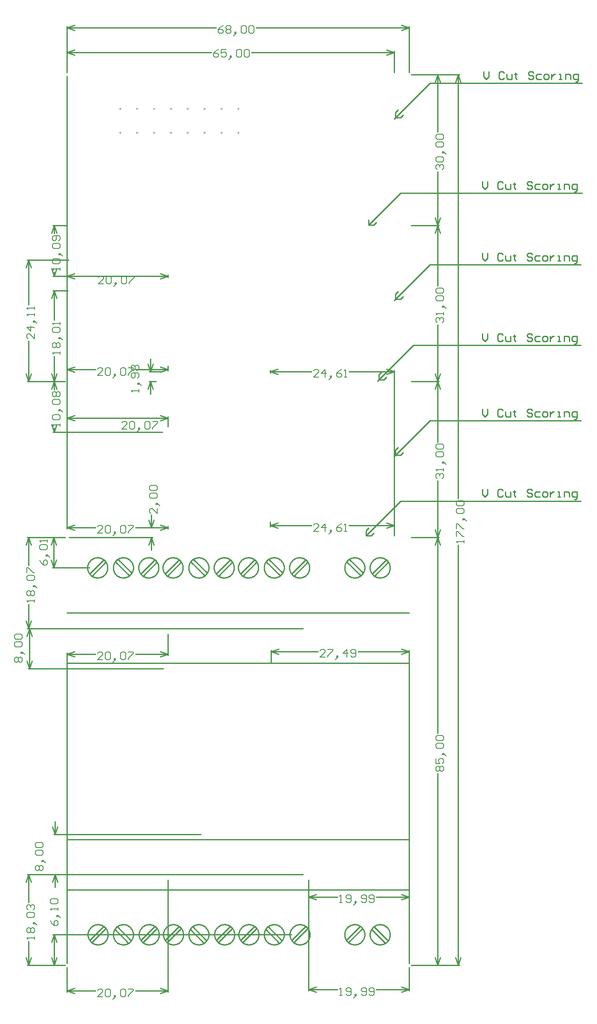
<source format=gm1>
%FSDAX24Y24*%
%MOIN*%
%SFA1B1*%

%IPPOS*%
%ADD22C,0.010000*%
%ADD88C,0.003900*%
%ADD89C,0.006000*%
%LNde-140824-1*%
%LPD*%
G54D22*
X017172Y041100D02*
D01*
X017170Y041154*
X017164Y041209*
X017154Y041263*
X017141Y041316*
X017124Y041369*
X017103Y041420*
X017079Y041469*
X017052Y041517*
X017021Y041562*
X016987Y041605*
X016951Y041646*
X016911Y041684*
X016869Y041720*
X016825Y041752*
X016778Y041781*
X016729Y041807*
X016679Y041829*
X016628Y041848*
X016575Y041863*
X016521Y041875*
X016467Y041882*
X016412Y041886*
X016357*
X016302Y041882*
X016248Y041875*
X016194Y041863*
X016141Y041848*
X016090Y041829*
X016040Y041807*
X015991Y041781*
X015944Y041752*
X015900Y041720*
X015858Y041684*
X015818Y041646*
X015782Y041605*
X015748Y041562*
X015717Y041517*
X015690Y041469*
X015666Y041420*
X015645Y041369*
X015628Y041316*
X015615Y041263*
X015605Y041209*
X015599Y041154*
X015598Y041100*
X015599Y041045*
X015605Y040990*
X015615Y040936*
X015628Y040883*
X015645Y040830*
X015666Y040779*
X015690Y040730*
X015717Y040682*
X015748Y040637*
X015782Y040594*
X015818Y040553*
X015858Y040515*
X015900Y040479*
X015944Y040447*
X015991Y040418*
X016040Y040392*
X016090Y040370*
X016141Y040351*
X016194Y040336*
X016248Y040324*
X016302Y040317*
X016357Y040313*
X016412*
X016467Y040317*
X016521Y040324*
X016575Y040336*
X016628Y040351*
X016679Y040370*
X016729Y040392*
X016778Y040418*
X016825Y040447*
X016869Y040479*
X016911Y040515*
X016951Y040553*
X016987Y040594*
X017021Y040637*
X017052Y040682*
X017079Y040730*
X017103Y040779*
X017124Y040830*
X017141Y040883*
X017154Y040936*
X017164Y040990*
X017170Y041045*
X017172Y041100*
X013172D02*
D01*
X013170Y041154*
X013164Y041209*
X013154Y041263*
X013141Y041316*
X013124Y041369*
X013103Y041420*
X013079Y041469*
X013052Y041517*
X013021Y041562*
X012987Y041605*
X012951Y041646*
X012911Y041684*
X012869Y041720*
X012825Y041752*
X012778Y041781*
X012729Y041807*
X012679Y041829*
X012628Y041848*
X012575Y041863*
X012521Y041875*
X012467Y041882*
X012412Y041886*
X012357*
X012302Y041882*
X012248Y041875*
X012194Y041863*
X012141Y041848*
X012090Y041829*
X012040Y041807*
X011991Y041781*
X011944Y041752*
X011900Y041720*
X011858Y041684*
X011818Y041646*
X011782Y041605*
X011748Y041562*
X011717Y041517*
X011690Y041469*
X011666Y041420*
X011645Y041369*
X011628Y041316*
X011615Y041263*
X011605Y041209*
X011599Y041154*
X011598Y041100*
X011599Y041045*
X011605Y040990*
X011615Y040936*
X011628Y040883*
X011645Y040830*
X011666Y040779*
X011690Y040730*
X011717Y040682*
X011748Y040637*
X011782Y040594*
X011818Y040553*
X011858Y040515*
X011900Y040479*
X011944Y040447*
X011991Y040418*
X012040Y040392*
X012090Y040370*
X012141Y040351*
X012194Y040336*
X012248Y040324*
X012302Y040317*
X012357Y040313*
X012412*
X012467Y040317*
X012521Y040324*
X012575Y040336*
X012628Y040351*
X012679Y040370*
X012729Y040392*
X012778Y040418*
X012825Y040447*
X012869Y040479*
X012911Y040515*
X012951Y040553*
X012987Y040594*
X013021Y040637*
X013052Y040682*
X013079Y040730*
X013103Y040779*
X013124Y040830*
X013141Y040883*
X013154Y040936*
X013164Y040990*
X013170Y041045*
X013172Y041100*
X015187D02*
D01*
X015185Y041154*
X015179Y041209*
X015169Y041263*
X015156Y041316*
X015139Y041369*
X015118Y041420*
X015094Y041469*
X015067Y041517*
X015036Y041562*
X015002Y041605*
X014966Y041646*
X014926Y041684*
X014884Y041720*
X014840Y041752*
X014793Y041781*
X014744Y041807*
X014694Y041829*
X014643Y041848*
X014590Y041863*
X014536Y041875*
X014482Y041882*
X014427Y041886*
X014372*
X014317Y041882*
X014263Y041875*
X014209Y041863*
X014156Y041848*
X014105Y041829*
X014055Y041807*
X014006Y041781*
X013959Y041752*
X013915Y041720*
X013873Y041684*
X013833Y041646*
X013797Y041605*
X013763Y041562*
X013732Y041517*
X013705Y041469*
X013681Y041420*
X013660Y041369*
X013643Y041316*
X013630Y041263*
X013620Y041209*
X013614Y041154*
X013613Y041100*
X013614Y041045*
X013620Y040990*
X013630Y040936*
X013643Y040883*
X013660Y040830*
X013681Y040779*
X013705Y040730*
X013732Y040682*
X013763Y040637*
X013797Y040594*
X013833Y040553*
X013873Y040515*
X013915Y040479*
X013959Y040447*
X014006Y040418*
X014055Y040392*
X014105Y040370*
X014156Y040351*
X014209Y040336*
X014263Y040324*
X014317Y040317*
X014372Y040313*
X014427*
X014482Y040317*
X014536Y040324*
X014590Y040336*
X014643Y040351*
X014694Y040370*
X014744Y040392*
X014793Y040418*
X014840Y040447*
X014884Y040479*
X014926Y040515*
X014966Y040553*
X015002Y040594*
X015036Y040637*
X015067Y040682*
X015094Y040730*
X015118Y040779*
X015139Y040830*
X015156Y040883*
X015169Y040936*
X015179Y040990*
X015185Y041045*
X015187Y041100*
X023072D02*
D01*
X023070Y041154*
X023064Y041209*
X023054Y041263*
X023041Y041316*
X023024Y041369*
X023003Y041420*
X022979Y041469*
X022952Y041517*
X022921Y041562*
X022887Y041605*
X022851Y041646*
X022811Y041684*
X022769Y041720*
X022725Y041752*
X022678Y041781*
X022629Y041807*
X022579Y041829*
X022528Y041848*
X022475Y041863*
X022421Y041875*
X022367Y041882*
X022312Y041886*
X022257*
X022202Y041882*
X022148Y041875*
X022094Y041863*
X022041Y041848*
X021990Y041829*
X021940Y041807*
X021891Y041781*
X021844Y041752*
X021800Y041720*
X021758Y041684*
X021718Y041646*
X021682Y041605*
X021648Y041562*
X021617Y041517*
X021590Y041469*
X021566Y041420*
X021545Y041369*
X021528Y041316*
X021515Y041263*
X021505Y041209*
X021499Y041154*
X021498Y041100*
X021499Y041045*
X021505Y040990*
X021515Y040936*
X021528Y040883*
X021545Y040830*
X021566Y040779*
X021590Y040730*
X021617Y040682*
X021648Y040637*
X021682Y040594*
X021718Y040553*
X021758Y040515*
X021800Y040479*
X021844Y040447*
X021891Y040418*
X021940Y040392*
X021990Y040370*
X022041Y040351*
X022094Y040336*
X022148Y040324*
X022202Y040317*
X022257Y040313*
X022312*
X022367Y040317*
X022421Y040324*
X022475Y040336*
X022528Y040351*
X022579Y040370*
X022629Y040392*
X022678Y040418*
X022725Y040447*
X022769Y040479*
X022811Y040515*
X022851Y040553*
X022887Y040594*
X022921Y040637*
X022952Y040682*
X022979Y040730*
X023003Y040779*
X023024Y040830*
X023041Y040883*
X023054Y040936*
X023064Y040990*
X023070Y041045*
X023072Y041100*
X019072D02*
D01*
X019070Y041154*
X019064Y041209*
X019054Y041263*
X019041Y041316*
X019024Y041369*
X019003Y041420*
X018979Y041469*
X018952Y041517*
X018921Y041562*
X018887Y041605*
X018851Y041646*
X018811Y041684*
X018769Y041720*
X018725Y041752*
X018678Y041781*
X018629Y041807*
X018579Y041829*
X018528Y041848*
X018475Y041863*
X018421Y041875*
X018367Y041882*
X018312Y041886*
X018257*
X018202Y041882*
X018148Y041875*
X018094Y041863*
X018041Y041848*
X017990Y041829*
X017940Y041807*
X017891Y041781*
X017844Y041752*
X017800Y041720*
X017758Y041684*
X017718Y041646*
X017682Y041605*
X017648Y041562*
X017617Y041517*
X017590Y041469*
X017566Y041420*
X017545Y041369*
X017528Y041316*
X017515Y041263*
X017505Y041209*
X017499Y041154*
X017498Y041100*
X017499Y041045*
X017505Y040990*
X017515Y040936*
X017528Y040883*
X017545Y040830*
X017566Y040779*
X017590Y040730*
X017617Y040682*
X017648Y040637*
X017682Y040594*
X017718Y040553*
X017758Y040515*
X017800Y040479*
X017844Y040447*
X017891Y040418*
X017940Y040392*
X017990Y040370*
X018041Y040351*
X018094Y040336*
X018148Y040324*
X018202Y040317*
X018257Y040313*
X018312*
X018367Y040317*
X018421Y040324*
X018475Y040336*
X018528Y040351*
X018579Y040370*
X018629Y040392*
X018678Y040418*
X018725Y040447*
X018769Y040479*
X018811Y040515*
X018851Y040553*
X018887Y040594*
X018921Y040637*
X018952Y040682*
X018979Y040730*
X019003Y040779*
X019024Y040830*
X019041Y040883*
X019054Y040936*
X019064Y040990*
X019070Y041045*
X019072Y041100*
X021087D02*
D01*
X021085Y041154*
X021079Y041209*
X021069Y041263*
X021056Y041316*
X021039Y041369*
X021018Y041420*
X020994Y041469*
X020967Y041517*
X020936Y041562*
X020902Y041605*
X020866Y041646*
X020826Y041684*
X020784Y041720*
X020740Y041752*
X020693Y041781*
X020644Y041807*
X020594Y041829*
X020543Y041848*
X020490Y041863*
X020436Y041875*
X020382Y041882*
X020327Y041886*
X020272*
X020217Y041882*
X020163Y041875*
X020109Y041863*
X020056Y041848*
X020005Y041829*
X019955Y041807*
X019906Y041781*
X019859Y041752*
X019815Y041720*
X019773Y041684*
X019733Y041646*
X019697Y041605*
X019663Y041562*
X019632Y041517*
X019605Y041469*
X019581Y041420*
X019560Y041369*
X019543Y041316*
X019530Y041263*
X019520Y041209*
X019514Y041154*
X019513Y041100*
X019514Y041045*
X019520Y040990*
X019530Y040936*
X019543Y040883*
X019560Y040830*
X019581Y040779*
X019605Y040730*
X019632Y040682*
X019663Y040637*
X019697Y040594*
X019733Y040553*
X019773Y040515*
X019815Y040479*
X019859Y040447*
X019906Y040418*
X019955Y040392*
X020005Y040370*
X020056Y040351*
X020109Y040336*
X020163Y040324*
X020217Y040317*
X020272Y040313*
X020327*
X020382Y040317*
X020436Y040324*
X020490Y040336*
X020543Y040351*
X020594Y040370*
X020644Y040392*
X020693Y040418*
X020740Y040447*
X020784Y040479*
X020826Y040515*
X020866Y040553*
X020902Y040594*
X020936Y040637*
X020967Y040682*
X020994Y040730*
X021018Y040779*
X021039Y040830*
X021056Y040883*
X021069Y040936*
X021079Y040990*
X021085Y041045*
X021087Y041100*
X028972D02*
D01*
X028970Y041154*
X028964Y041209*
X028954Y041263*
X028941Y041316*
X028924Y041369*
X028903Y041420*
X028879Y041469*
X028852Y041517*
X028821Y041562*
X028787Y041605*
X028751Y041646*
X028711Y041684*
X028669Y041720*
X028625Y041752*
X028578Y041781*
X028529Y041807*
X028479Y041829*
X028428Y041848*
X028375Y041863*
X028321Y041875*
X028267Y041882*
X028212Y041886*
X028157*
X028102Y041882*
X028048Y041875*
X027994Y041863*
X027941Y041848*
X027890Y041829*
X027840Y041807*
X027791Y041781*
X027744Y041752*
X027700Y041720*
X027658Y041684*
X027618Y041646*
X027582Y041605*
X027548Y041562*
X027517Y041517*
X027490Y041469*
X027466Y041420*
X027445Y041369*
X027428Y041316*
X027415Y041263*
X027405Y041209*
X027399Y041154*
X027398Y041100*
X027399Y041045*
X027405Y040990*
X027415Y040936*
X027428Y040883*
X027445Y040830*
X027466Y040779*
X027490Y040730*
X027517Y040682*
X027548Y040637*
X027582Y040594*
X027618Y040553*
X027658Y040515*
X027700Y040479*
X027744Y040447*
X027791Y040418*
X027840Y040392*
X027890Y040370*
X027941Y040351*
X027994Y040336*
X028048Y040324*
X028102Y040317*
X028157Y040313*
X028212*
X028267Y040317*
X028321Y040324*
X028375Y040336*
X028428Y040351*
X028479Y040370*
X028529Y040392*
X028578Y040418*
X028625Y040447*
X028669Y040479*
X028711Y040515*
X028751Y040553*
X028787Y040594*
X028821Y040637*
X028852Y040682*
X028879Y040730*
X028903Y040779*
X028924Y040830*
X028941Y040883*
X028954Y040936*
X028964Y040990*
X028970Y041045*
X028972Y041100*
X024972D02*
D01*
X024970Y041154*
X024964Y041209*
X024954Y041263*
X024941Y041316*
X024924Y041369*
X024903Y041420*
X024879Y041469*
X024852Y041517*
X024821Y041562*
X024787Y041605*
X024751Y041646*
X024711Y041684*
X024669Y041720*
X024625Y041752*
X024578Y041781*
X024529Y041807*
X024479Y041829*
X024428Y041848*
X024375Y041863*
X024321Y041875*
X024267Y041882*
X024212Y041886*
X024157*
X024102Y041882*
X024048Y041875*
X023994Y041863*
X023941Y041848*
X023890Y041829*
X023840Y041807*
X023791Y041781*
X023744Y041752*
X023700Y041720*
X023658Y041684*
X023618Y041646*
X023582Y041605*
X023548Y041562*
X023517Y041517*
X023490Y041469*
X023466Y041420*
X023445Y041369*
X023428Y041316*
X023415Y041263*
X023405Y041209*
X023399Y041154*
X023398Y041100*
X023399Y041045*
X023405Y040990*
X023415Y040936*
X023428Y040883*
X023445Y040830*
X023466Y040779*
X023490Y040730*
X023517Y040682*
X023548Y040637*
X023582Y040594*
X023618Y040553*
X023658Y040515*
X023700Y040479*
X023744Y040447*
X023791Y040418*
X023840Y040392*
X023890Y040370*
X023941Y040351*
X023994Y040336*
X024048Y040324*
X024102Y040317*
X024157Y040313*
X024212*
X024267Y040317*
X024321Y040324*
X024375Y040336*
X024428Y040351*
X024479Y040370*
X024529Y040392*
X024578Y040418*
X024625Y040447*
X024669Y040479*
X024711Y040515*
X024751Y040553*
X024787Y040594*
X024821Y040637*
X024852Y040682*
X024879Y040730*
X024903Y040779*
X024924Y040830*
X024941Y040883*
X024954Y040936*
X024964Y040990*
X024970Y041045*
X024972Y041100*
X026987D02*
D01*
X026985Y041154*
X026979Y041209*
X026969Y041263*
X026956Y041316*
X026939Y041369*
X026918Y041420*
X026894Y041469*
X026867Y041517*
X026836Y041562*
X026802Y041605*
X026766Y041646*
X026726Y041684*
X026684Y041720*
X026640Y041752*
X026593Y041781*
X026544Y041807*
X026494Y041829*
X026443Y041848*
X026390Y041863*
X026336Y041875*
X026282Y041882*
X026227Y041886*
X026172*
X026117Y041882*
X026063Y041875*
X026009Y041863*
X025956Y041848*
X025905Y041829*
X025855Y041807*
X025806Y041781*
X025759Y041752*
X025715Y041720*
X025673Y041684*
X025633Y041646*
X025597Y041605*
X025563Y041562*
X025532Y041517*
X025505Y041469*
X025481Y041420*
X025460Y041369*
X025443Y041316*
X025430Y041263*
X025420Y041209*
X025414Y041154*
X025413Y041100*
X025414Y041045*
X025420Y040990*
X025430Y040936*
X025443Y040883*
X025460Y040830*
X025481Y040779*
X025505Y040730*
X025532Y040682*
X025563Y040637*
X025597Y040594*
X025633Y040553*
X025673Y040515*
X025715Y040479*
X025759Y040447*
X025806Y040418*
X025855Y040392*
X025905Y040370*
X025956Y040351*
X026009Y040336*
X026063Y040324*
X026117Y040317*
X026172Y040313*
X026227*
X026282Y040317*
X026336Y040324*
X026390Y040336*
X026443Y040351*
X026494Y040370*
X026544Y040392*
X026593Y040418*
X026640Y040447*
X026684Y040479*
X026726Y040515*
X026766Y040553*
X026802Y040594*
X026836Y040637*
X026867Y040682*
X026894Y040730*
X026918Y040779*
X026939Y040830*
X026956Y040883*
X026969Y040936*
X026979Y040990*
X026985Y041045*
X026987Y041100*
X035272D02*
D01*
X035270Y041154*
X035264Y041209*
X035254Y041263*
X035241Y041316*
X035224Y041369*
X035203Y041420*
X035179Y041469*
X035152Y041517*
X035121Y041562*
X035087Y041605*
X035051Y041646*
X035011Y041684*
X034969Y041720*
X034925Y041752*
X034878Y041781*
X034829Y041807*
X034779Y041829*
X034728Y041848*
X034675Y041863*
X034621Y041875*
X034567Y041882*
X034512Y041886*
X034457*
X034402Y041882*
X034348Y041875*
X034294Y041863*
X034241Y041848*
X034190Y041829*
X034140Y041807*
X034091Y041781*
X034044Y041752*
X034000Y041720*
X033958Y041684*
X033918Y041646*
X033882Y041605*
X033848Y041562*
X033817Y041517*
X033790Y041469*
X033766Y041420*
X033745Y041369*
X033728Y041316*
X033715Y041263*
X033705Y041209*
X033699Y041154*
X033698Y041100*
X033699Y041045*
X033705Y040990*
X033715Y040936*
X033728Y040883*
X033745Y040830*
X033766Y040779*
X033790Y040730*
X033817Y040682*
X033848Y040637*
X033882Y040594*
X033918Y040553*
X033958Y040515*
X034000Y040479*
X034044Y040447*
X034091Y040418*
X034140Y040392*
X034190Y040370*
X034241Y040351*
X034294Y040336*
X034348Y040324*
X034402Y040317*
X034457Y040313*
X034512*
X034567Y040317*
X034621Y040324*
X034675Y040336*
X034728Y040351*
X034779Y040370*
X034829Y040392*
X034878Y040418*
X034925Y040447*
X034969Y040479*
X035011Y040515*
X035051Y040553*
X035087Y040594*
X035121Y040637*
X035152Y040682*
X035179Y040730*
X035203Y040779*
X035224Y040830*
X035241Y040883*
X035254Y040936*
X035264Y040990*
X035270Y041045*
X035272Y041100*
X033287D02*
D01*
X033285Y041154*
X033279Y041209*
X033269Y041263*
X033256Y041316*
X033239Y041369*
X033218Y041420*
X033194Y041469*
X033167Y041517*
X033136Y041562*
X033102Y041605*
X033066Y041646*
X033026Y041684*
X032984Y041720*
X032940Y041752*
X032893Y041781*
X032844Y041807*
X032794Y041829*
X032743Y041848*
X032690Y041863*
X032636Y041875*
X032582Y041882*
X032527Y041886*
X032472*
X032417Y041882*
X032363Y041875*
X032309Y041863*
X032256Y041848*
X032205Y041829*
X032155Y041807*
X032106Y041781*
X032059Y041752*
X032015Y041720*
X031973Y041684*
X031933Y041646*
X031897Y041605*
X031863Y041562*
X031832Y041517*
X031805Y041469*
X031781Y041420*
X031760Y041369*
X031743Y041316*
X031730Y041263*
X031720Y041209*
X031714Y041154*
X031713Y041100*
X031714Y041045*
X031720Y040990*
X031730Y040936*
X031743Y040883*
X031760Y040830*
X031781Y040779*
X031805Y040730*
X031832Y040682*
X031863Y040637*
X031897Y040594*
X031933Y040553*
X031973Y040515*
X032015Y040479*
X032059Y040447*
X032106Y040418*
X032155Y040392*
X032205Y040370*
X032256Y040351*
X032309Y040336*
X032363Y040324*
X032417Y040317*
X032472Y040313*
X032527*
X032582Y040317*
X032636Y040324*
X032690Y040336*
X032743Y040351*
X032794Y040370*
X032844Y040392*
X032893Y040418*
X032940Y040447*
X032984Y040479*
X033026Y040515*
X033066Y040553*
X033102Y040594*
X033136Y040637*
X033167Y040682*
X033194Y040730*
X033218Y040779*
X033239Y040830*
X033256Y040883*
X033269Y040936*
X033279Y040990*
X033285Y041045*
X033287Y041100*
X026987Y012400D02*
D01*
X026985Y012454*
X026979Y012509*
X026969Y012563*
X026956Y012616*
X026939Y012669*
X026918Y012720*
X026894Y012769*
X026867Y012817*
X026836Y012862*
X026802Y012905*
X026766Y012946*
X026726Y012984*
X026684Y013020*
X026640Y013052*
X026593Y013081*
X026544Y013107*
X026494Y013129*
X026443Y013148*
X026390Y013163*
X026336Y013175*
X026282Y013182*
X026227Y013186*
X026172*
X026117Y013182*
X026063Y013175*
X026009Y013163*
X025956Y013148*
X025905Y013129*
X025855Y013107*
X025806Y013081*
X025759Y013052*
X025715Y013020*
X025673Y012984*
X025633Y012946*
X025597Y012905*
X025563Y012862*
X025532Y012817*
X025505Y012769*
X025481Y012720*
X025460Y012669*
X025443Y012616*
X025430Y012563*
X025420Y012509*
X025414Y012454*
X025413Y012400*
X025414Y012345*
X025420Y012290*
X025430Y012236*
X025443Y012183*
X025460Y012130*
X025481Y012079*
X025505Y012030*
X025532Y011982*
X025563Y011937*
X025597Y011894*
X025633Y011853*
X025673Y011815*
X025715Y011779*
X025759Y011747*
X025806Y011718*
X025855Y011692*
X025905Y011670*
X025956Y011651*
X026009Y011636*
X026063Y011624*
X026117Y011617*
X026172Y011613*
X026227*
X026282Y011617*
X026336Y011624*
X026390Y011636*
X026443Y011651*
X026494Y011670*
X026544Y011692*
X026593Y011718*
X026640Y011747*
X026684Y011779*
X026726Y011815*
X026766Y011853*
X026802Y011894*
X026836Y011937*
X026867Y011982*
X026894Y012030*
X026918Y012079*
X026939Y012130*
X026956Y012183*
X026969Y012236*
X026979Y012290*
X026985Y012345*
X026987Y012400*
X029003D02*
D01*
X029001Y012454*
X028995Y012509*
X028985Y012563*
X028972Y012616*
X028955Y012669*
X028934Y012720*
X028910Y012769*
X028883Y012817*
X028852Y012862*
X028818Y012905*
X028782Y012946*
X028742Y012984*
X028700Y013020*
X028656Y013052*
X028609Y013081*
X028560Y013107*
X028510Y013129*
X028459Y013148*
X028406Y013163*
X028352Y013175*
X028298Y013182*
X028243Y013186*
X028188*
X028133Y013182*
X028079Y013175*
X028025Y013163*
X027972Y013148*
X027921Y013129*
X027871Y013107*
X027822Y013081*
X027775Y013052*
X027731Y013020*
X027689Y012984*
X027649Y012946*
X027613Y012905*
X027579Y012862*
X027548Y012817*
X027521Y012769*
X027497Y012720*
X027476Y012669*
X027459Y012616*
X027446Y012563*
X027436Y012509*
X027430Y012454*
X027429Y012400*
X027430Y012345*
X027436Y012290*
X027446Y012236*
X027459Y012183*
X027476Y012130*
X027497Y012079*
X027521Y012030*
X027548Y011982*
X027579Y011937*
X027613Y011894*
X027649Y011853*
X027689Y011815*
X027731Y011779*
X027775Y011747*
X027822Y011718*
X027871Y011692*
X027921Y011670*
X027972Y011651*
X028025Y011636*
X028079Y011624*
X028133Y011617*
X028188Y011613*
X028243*
X028298Y011617*
X028352Y011624*
X028406Y011636*
X028459Y011651*
X028510Y011670*
X028560Y011692*
X028609Y011718*
X028656Y011747*
X028700Y011779*
X028742Y011815*
X028782Y011853*
X028818Y011894*
X028852Y011937*
X028883Y011982*
X028910Y012030*
X028934Y012079*
X028955Y012130*
X028972Y012183*
X028985Y012236*
X028995Y012290*
X029001Y012345*
X029003Y012400*
X025003D02*
D01*
X025001Y012454*
X024995Y012509*
X024985Y012563*
X024972Y012616*
X024955Y012669*
X024934Y012720*
X024910Y012769*
X024883Y012817*
X024852Y012862*
X024818Y012905*
X024782Y012946*
X024742Y012984*
X024700Y013020*
X024656Y013052*
X024609Y013081*
X024560Y013107*
X024510Y013129*
X024459Y013148*
X024406Y013163*
X024352Y013175*
X024298Y013182*
X024243Y013186*
X024188*
X024133Y013182*
X024079Y013175*
X024025Y013163*
X023972Y013148*
X023921Y013129*
X023871Y013107*
X023822Y013081*
X023775Y013052*
X023731Y013020*
X023689Y012984*
X023649Y012946*
X023613Y012905*
X023579Y012862*
X023548Y012817*
X023521Y012769*
X023497Y012720*
X023476Y012669*
X023459Y012616*
X023446Y012563*
X023436Y012509*
X023430Y012454*
X023429Y012400*
X023430Y012345*
X023436Y012290*
X023446Y012236*
X023459Y012183*
X023476Y012130*
X023497Y012079*
X023521Y012030*
X023548Y011982*
X023579Y011937*
X023613Y011894*
X023649Y011853*
X023689Y011815*
X023731Y011779*
X023775Y011747*
X023822Y011718*
X023871Y011692*
X023921Y011670*
X023972Y011651*
X024025Y011636*
X024079Y011624*
X024133Y011617*
X024188Y011613*
X024243*
X024298Y011617*
X024352Y011624*
X024406Y011636*
X024459Y011651*
X024510Y011670*
X024560Y011692*
X024609Y011718*
X024656Y011747*
X024700Y011779*
X024742Y011815*
X024782Y011853*
X024818Y011894*
X024852Y011937*
X024883Y011982*
X024910Y012030*
X024934Y012079*
X024955Y012130*
X024972Y012183*
X024985Y012236*
X024995Y012290*
X025001Y012345*
X025003Y012400*
X021087D02*
D01*
X021085Y012454*
X021079Y012509*
X021069Y012563*
X021056Y012616*
X021039Y012669*
X021018Y012720*
X020994Y012769*
X020967Y012817*
X020936Y012862*
X020902Y012905*
X020866Y012946*
X020826Y012984*
X020784Y013020*
X020740Y013052*
X020693Y013081*
X020644Y013107*
X020594Y013129*
X020543Y013148*
X020490Y013163*
X020436Y013175*
X020382Y013182*
X020327Y013186*
X020272*
X020217Y013182*
X020163Y013175*
X020109Y013163*
X020056Y013148*
X020005Y013129*
X019955Y013107*
X019906Y013081*
X019859Y013052*
X019815Y013020*
X019773Y012984*
X019733Y012946*
X019697Y012905*
X019663Y012862*
X019632Y012817*
X019605Y012769*
X019581Y012720*
X019560Y012669*
X019543Y012616*
X019530Y012563*
X019520Y012509*
X019514Y012454*
X019513Y012400*
X019514Y012345*
X019520Y012290*
X019530Y012236*
X019543Y012183*
X019560Y012130*
X019581Y012079*
X019605Y012030*
X019632Y011982*
X019663Y011937*
X019697Y011894*
X019733Y011853*
X019773Y011815*
X019815Y011779*
X019859Y011747*
X019906Y011718*
X019955Y011692*
X020005Y011670*
X020056Y011651*
X020109Y011636*
X020163Y011624*
X020217Y011617*
X020272Y011613*
X020327*
X020382Y011617*
X020436Y011624*
X020490Y011636*
X020543Y011651*
X020594Y011670*
X020644Y011692*
X020693Y011718*
X020740Y011747*
X020784Y011779*
X020826Y011815*
X020866Y011853*
X020902Y011894*
X020936Y011937*
X020967Y011982*
X020994Y012030*
X021018Y012079*
X021039Y012130*
X021056Y012183*
X021069Y012236*
X021079Y012290*
X021085Y012345*
X021087Y012400*
X023103D02*
D01*
X023101Y012454*
X023095Y012509*
X023085Y012563*
X023072Y012616*
X023055Y012669*
X023034Y012720*
X023010Y012769*
X022983Y012817*
X022952Y012862*
X022918Y012905*
X022882Y012946*
X022842Y012984*
X022800Y013020*
X022756Y013052*
X022709Y013081*
X022660Y013107*
X022610Y013129*
X022559Y013148*
X022506Y013163*
X022452Y013175*
X022398Y013182*
X022343Y013186*
X022288*
X022233Y013182*
X022179Y013175*
X022125Y013163*
X022072Y013148*
X022021Y013129*
X021971Y013107*
X021922Y013081*
X021875Y013052*
X021831Y013020*
X021789Y012984*
X021749Y012946*
X021713Y012905*
X021679Y012862*
X021648Y012817*
X021621Y012769*
X021597Y012720*
X021576Y012669*
X021559Y012616*
X021546Y012563*
X021536Y012509*
X021530Y012454*
X021529Y012400*
X021530Y012345*
X021536Y012290*
X021546Y012236*
X021559Y012183*
X021576Y012130*
X021597Y012079*
X021621Y012030*
X021648Y011982*
X021679Y011937*
X021713Y011894*
X021749Y011853*
X021789Y011815*
X021831Y011779*
X021875Y011747*
X021922Y011718*
X021971Y011692*
X022021Y011670*
X022072Y011651*
X022125Y011636*
X022179Y011624*
X022233Y011617*
X022288Y011613*
X022343*
X022398Y011617*
X022452Y011624*
X022506Y011636*
X022559Y011651*
X022610Y011670*
X022660Y011692*
X022709Y011718*
X022756Y011747*
X022800Y011779*
X022842Y011815*
X022882Y011853*
X022918Y011894*
X022952Y011937*
X022983Y011982*
X023010Y012030*
X023034Y012079*
X023055Y012130*
X023072Y012183*
X023085Y012236*
X023095Y012290*
X023101Y012345*
X023103Y012400*
X019103D02*
D01*
X019101Y012454*
X019095Y012509*
X019085Y012563*
X019072Y012616*
X019055Y012669*
X019034Y012720*
X019010Y012769*
X018983Y012817*
X018952Y012862*
X018918Y012905*
X018882Y012946*
X018842Y012984*
X018800Y013020*
X018756Y013052*
X018709Y013081*
X018660Y013107*
X018610Y013129*
X018559Y013148*
X018506Y013163*
X018452Y013175*
X018398Y013182*
X018343Y013186*
X018288*
X018233Y013182*
X018179Y013175*
X018125Y013163*
X018072Y013148*
X018021Y013129*
X017971Y013107*
X017922Y013081*
X017875Y013052*
X017831Y013020*
X017789Y012984*
X017749Y012946*
X017713Y012905*
X017679Y012862*
X017648Y012817*
X017621Y012769*
X017597Y012720*
X017576Y012669*
X017559Y012616*
X017546Y012563*
X017536Y012509*
X017530Y012454*
X017529Y012400*
X017530Y012345*
X017536Y012290*
X017546Y012236*
X017559Y012183*
X017576Y012130*
X017597Y012079*
X017621Y012030*
X017648Y011982*
X017679Y011937*
X017713Y011894*
X017749Y011853*
X017789Y011815*
X017831Y011779*
X017875Y011747*
X017922Y011718*
X017971Y011692*
X018021Y011670*
X018072Y011651*
X018125Y011636*
X018179Y011624*
X018233Y011617*
X018288Y011613*
X018343*
X018398Y011617*
X018452Y011624*
X018506Y011636*
X018559Y011651*
X018610Y011670*
X018660Y011692*
X018709Y011718*
X018756Y011747*
X018800Y011779*
X018842Y011815*
X018882Y011853*
X018918Y011894*
X018952Y011937*
X018983Y011982*
X019010Y012030*
X019034Y012079*
X019055Y012130*
X019072Y012183*
X019085Y012236*
X019095Y012290*
X019101Y012345*
X019103Y012400*
X015187D02*
D01*
X015185Y012454*
X015179Y012509*
X015169Y012563*
X015156Y012616*
X015139Y012669*
X015118Y012720*
X015094Y012769*
X015067Y012817*
X015036Y012862*
X015002Y012905*
X014966Y012946*
X014926Y012984*
X014884Y013020*
X014840Y013052*
X014793Y013081*
X014744Y013107*
X014694Y013129*
X014643Y013148*
X014590Y013163*
X014536Y013175*
X014482Y013182*
X014427Y013186*
X014372*
X014317Y013182*
X014263Y013175*
X014209Y013163*
X014156Y013148*
X014105Y013129*
X014055Y013107*
X014006Y013081*
X013959Y013052*
X013915Y013020*
X013873Y012984*
X013833Y012946*
X013797Y012905*
X013763Y012862*
X013732Y012817*
X013705Y012769*
X013681Y012720*
X013660Y012669*
X013643Y012616*
X013630Y012563*
X013620Y012509*
X013614Y012454*
X013613Y012400*
X013614Y012345*
X013620Y012290*
X013630Y012236*
X013643Y012183*
X013660Y012130*
X013681Y012079*
X013705Y012030*
X013732Y011982*
X013763Y011937*
X013797Y011894*
X013833Y011853*
X013873Y011815*
X013915Y011779*
X013959Y011747*
X014006Y011718*
X014055Y011692*
X014105Y011670*
X014156Y011651*
X014209Y011636*
X014263Y011624*
X014317Y011617*
X014372Y011613*
X014427*
X014482Y011617*
X014536Y011624*
X014590Y011636*
X014643Y011651*
X014694Y011670*
X014744Y011692*
X014793Y011718*
X014840Y011747*
X014884Y011779*
X014926Y011815*
X014966Y011853*
X015002Y011894*
X015036Y011937*
X015067Y011982*
X015094Y012030*
X015118Y012079*
X015139Y012130*
X015156Y012183*
X015169Y012236*
X015179Y012290*
X015185Y012345*
X015187Y012400*
X017203D02*
D01*
X017201Y012454*
X017195Y012509*
X017185Y012563*
X017172Y012616*
X017155Y012669*
X017134Y012720*
X017110Y012769*
X017083Y012817*
X017052Y012862*
X017018Y012905*
X016982Y012946*
X016942Y012984*
X016900Y013020*
X016856Y013052*
X016809Y013081*
X016760Y013107*
X016710Y013129*
X016659Y013148*
X016606Y013163*
X016552Y013175*
X016498Y013182*
X016443Y013186*
X016388*
X016333Y013182*
X016279Y013175*
X016225Y013163*
X016172Y013148*
X016121Y013129*
X016071Y013107*
X016022Y013081*
X015975Y013052*
X015931Y013020*
X015889Y012984*
X015849Y012946*
X015813Y012905*
X015779Y012862*
X015748Y012817*
X015721Y012769*
X015697Y012720*
X015676Y012669*
X015659Y012616*
X015646Y012563*
X015636Y012509*
X015630Y012454*
X015629Y012400*
X015630Y012345*
X015636Y012290*
X015646Y012236*
X015659Y012183*
X015676Y012130*
X015697Y012079*
X015721Y012030*
X015748Y011982*
X015779Y011937*
X015813Y011894*
X015849Y011853*
X015889Y011815*
X015931Y011779*
X015975Y011747*
X016022Y011718*
X016071Y011692*
X016121Y011670*
X016172Y011651*
X016225Y011636*
X016279Y011624*
X016333Y011617*
X016388Y011613*
X016443*
X016498Y011617*
X016552Y011624*
X016606Y011636*
X016659Y011651*
X016710Y011670*
X016760Y011692*
X016809Y011718*
X016856Y011747*
X016900Y011779*
X016942Y011815*
X016982Y011853*
X017018Y011894*
X017052Y011937*
X017083Y011982*
X017110Y012030*
X017134Y012079*
X017155Y012130*
X017172Y012183*
X017185Y012236*
X017195Y012290*
X017201Y012345*
X017203Y012400*
X013203D02*
D01*
X013201Y012454*
X013195Y012509*
X013185Y012563*
X013172Y012616*
X013155Y012669*
X013134Y012720*
X013110Y012769*
X013083Y012817*
X013052Y012862*
X013018Y012905*
X012982Y012946*
X012942Y012984*
X012900Y013020*
X012856Y013052*
X012809Y013081*
X012760Y013107*
X012710Y013129*
X012659Y013148*
X012606Y013163*
X012552Y013175*
X012498Y013182*
X012443Y013186*
X012388*
X012333Y013182*
X012279Y013175*
X012225Y013163*
X012172Y013148*
X012121Y013129*
X012071Y013107*
X012022Y013081*
X011975Y013052*
X011931Y013020*
X011889Y012984*
X011849Y012946*
X011813Y012905*
X011779Y012862*
X011748Y012817*
X011721Y012769*
X011697Y012720*
X011676Y012669*
X011659Y012616*
X011646Y012563*
X011636Y012509*
X011630Y012454*
X011629Y012400*
X011630Y012345*
X011636Y012290*
X011646Y012236*
X011659Y012183*
X011676Y012130*
X011697Y012079*
X011721Y012030*
X011748Y011982*
X011779Y011937*
X011813Y011894*
X011849Y011853*
X011889Y011815*
X011931Y011779*
X011975Y011747*
X012022Y011718*
X012071Y011692*
X012121Y011670*
X012172Y011651*
X012225Y011636*
X012279Y011624*
X012333Y011617*
X012388Y011613*
X012443*
X012498Y011617*
X012552Y011624*
X012606Y011636*
X012659Y011651*
X012710Y011670*
X012760Y011692*
X012809Y011718*
X012856Y011747*
X012900Y011779*
X012942Y011815*
X012982Y011853*
X013018Y011894*
X013052Y011937*
X013083Y011982*
X013110Y012030*
X013134Y012079*
X013155Y012130*
X013172Y012183*
X013185Y012236*
X013195Y012290*
X013201Y012345*
X013203Y012400*
X033287D02*
D01*
X033285Y012454*
X033279Y012509*
X033269Y012563*
X033256Y012616*
X033239Y012669*
X033218Y012720*
X033194Y012769*
X033167Y012817*
X033136Y012862*
X033102Y012905*
X033066Y012946*
X033026Y012984*
X032984Y013020*
X032940Y013052*
X032893Y013081*
X032844Y013107*
X032794Y013129*
X032743Y013148*
X032690Y013163*
X032636Y013175*
X032582Y013182*
X032527Y013186*
X032472*
X032417Y013182*
X032363Y013175*
X032309Y013163*
X032256Y013148*
X032205Y013129*
X032155Y013107*
X032106Y013081*
X032059Y013052*
X032015Y013020*
X031973Y012984*
X031933Y012946*
X031897Y012905*
X031863Y012862*
X031832Y012817*
X031805Y012769*
X031781Y012720*
X031760Y012669*
X031743Y012616*
X031730Y012563*
X031720Y012509*
X031714Y012454*
X031713Y012400*
X031714Y012345*
X031720Y012290*
X031730Y012236*
X031743Y012183*
X031760Y012130*
X031781Y012079*
X031805Y012030*
X031832Y011982*
X031863Y011937*
X031897Y011894*
X031933Y011853*
X031973Y011815*
X032015Y011779*
X032059Y011747*
X032106Y011718*
X032155Y011692*
X032205Y011670*
X032256Y011651*
X032309Y011636*
X032363Y011624*
X032417Y011617*
X032472Y011613*
X032527*
X032582Y011617*
X032636Y011624*
X032690Y011636*
X032743Y011651*
X032794Y011670*
X032844Y011692*
X032893Y011718*
X032940Y011747*
X032984Y011779*
X033026Y011815*
X033066Y011853*
X033102Y011894*
X033136Y011937*
X033167Y011982*
X033194Y012030*
X033218Y012079*
X033239Y012130*
X033256Y012183*
X033269Y012236*
X033279Y012290*
X033285Y012345*
X033287Y012400*
X035272D02*
D01*
X035270Y012454*
X035264Y012509*
X035254Y012563*
X035241Y012616*
X035224Y012669*
X035203Y012720*
X035179Y012769*
X035152Y012817*
X035121Y012862*
X035087Y012905*
X035051Y012946*
X035011Y012984*
X034969Y013020*
X034925Y013052*
X034878Y013081*
X034829Y013107*
X034779Y013129*
X034728Y013148*
X034675Y013163*
X034621Y013175*
X034567Y013182*
X034512Y013186*
X034457*
X034402Y013182*
X034348Y013175*
X034294Y013163*
X034241Y013148*
X034190Y013129*
X034140Y013107*
X034091Y013081*
X034044Y013052*
X034000Y013020*
X033958Y012984*
X033918Y012946*
X033882Y012905*
X033848Y012862*
X033817Y012817*
X033790Y012769*
X033766Y012720*
X033745Y012669*
X033728Y012616*
X033715Y012563*
X033705Y012509*
X033699Y012454*
X033698Y012400*
X033699Y012345*
X033705Y012290*
X033715Y012236*
X033728Y012183*
X033745Y012130*
X033766Y012079*
X033790Y012030*
X033817Y011982*
X033848Y011937*
X033882Y011894*
X033918Y011853*
X033958Y011815*
X034000Y011779*
X034044Y011747*
X034091Y011718*
X034140Y011692*
X034190Y011670*
X034241Y011651*
X034294Y011636*
X034348Y011624*
X034402Y011617*
X034457Y011613*
X034512*
X034567Y011617*
X034621Y011624*
X034675Y011636*
X034728Y011651*
X034779Y011670*
X034829Y011692*
X034878Y011718*
X034925Y011747*
X034969Y011779*
X035011Y011815*
X035051Y011853*
X035087Y011894*
X035121Y011937*
X035152Y011982*
X035179Y012030*
X035203Y012079*
X035224Y012130*
X035241Y012183*
X035254Y012236*
X035264Y012290*
X035270Y012345*
X035272Y012400*
X006900Y036350D02*
X028465D01*
X006900Y043465D02*
X009850D01*
X007000Y036350D02*
Y038238D01*
Y041257D02*
Y043465D01*
Y036350D02*
X007200Y036950D01*
X006800D02*
X007000Y036350D01*
X006800Y042865D02*
X007000Y043465D01*
X007200Y042865*
X008900Y012400D02*
X027568D01*
X008900Y010000D02*
X009850D01*
X009000Y011200D02*
Y012400D01*
Y010000D02*
Y011200D01*
X008800Y011800D02*
X009000Y012400D01*
X009200Y011800*
X009000Y010000D02*
X009200Y010600D01*
X008800D02*
X009000Y010000D01*
X006900Y017100D02*
X028465D01*
X006900Y010000D02*
X009850D01*
X007000Y014900D02*
Y017100D01*
Y010000D02*
Y011880D01*
X006800Y016500D02*
X007000Y017100D01*
X007200Y016500*
X007000Y010000D02*
X007200Y010600D01*
X006800D02*
X007000Y010000D01*
X036922Y043465D02*
X039100D01*
X036922Y010000D02*
X039100D01*
X039000Y028132D02*
Y043465D01*
Y010000D02*
Y025013D01*
X038800Y042865D02*
X039000Y043465D01*
X039200Y042865*
X039000Y010000D02*
X039200Y010600D01*
X038800D02*
X039000Y010000D01*
X036922Y055669D02*
X039100D01*
X036922Y043465D02*
X039100D01*
X039000Y050916D02*
Y055669D01*
Y043465D02*
Y047897D01*
X038800Y055069D02*
X039000Y055669D01*
X039200Y055069*
X039000Y043465D02*
X039200Y044065D01*
X038800D02*
X039000Y043465D01*
X036922Y067874D02*
X039100D01*
X036922Y055669D02*
X039100D01*
X039000Y063121D02*
Y067874D01*
Y055669D02*
Y060102D01*
X038800Y067274D02*
X039000Y067874D01*
X039200Y067274*
X039000Y055669D02*
X039200Y056269D01*
X038800D02*
X039000Y055669D01*
X036922Y079685D02*
X039100D01*
X036922Y067874D02*
X039100D01*
X039000Y075179D02*
Y079685D01*
Y067874D02*
Y072060D01*
X038800Y079085D02*
X039000Y079685D01*
X039200Y079085*
X039000Y067874D02*
X039200Y068474D01*
X038800D02*
X039000Y067874D01*
X036922Y079685D02*
X040700D01*
X036922Y010000D02*
X040700D01*
X040600Y046492D02*
Y079685D01*
Y010000D02*
Y042873D01*
X040400Y079085D02*
X040600Y079685D01*
X040800Y079085*
X040600Y010000D02*
X040800Y010600D01*
X040400D02*
X040600Y010000D01*
X035591Y079835D02*
Y081500D01*
X010000Y079835D02*
Y081500D01*
X024409Y081400D02*
X035591D01*
X010000D02*
X021290D01*
X034991Y081600D02*
X035591Y081400D01*
X034991Y081200D02*
X035591Y081400D01*
X010000D02*
X010600Y081200D01*
X010000Y081400D02*
X010600Y081600D01*
X036772Y079835D02*
Y083450D01*
X010000Y079835D02*
Y083450D01*
X024785Y083350D02*
X036772D01*
X010000D02*
X021666D01*
X036172Y083550D02*
X036772Y083350D01*
X036172Y083150D02*
X036772Y083350D01*
X010000D02*
X010600Y083150D01*
X010000Y083350D02*
X010600Y083550D01*
X010000Y007900D02*
Y009850D01*
X017900Y007900D02*
Y016665D01*
X010000Y008000D02*
X012230D01*
X015350D02*
X017900D01*
X010000D02*
X010600Y007800D01*
X010000Y008000D02*
X010600Y008200D01*
X017300D02*
X017900Y008000D01*
X017300Y007800D02*
X017900Y008000D01*
X036772D02*
Y009850D01*
X028900Y008000D02*
Y016665D01*
X034185Y008100D02*
X036772D01*
X028900D02*
X031166D01*
X036172Y008300D02*
X036772Y008100D01*
X036172Y007900D02*
X036772Y008100D01*
X028900D02*
X029500Y007900D01*
X028900Y008100D02*
X029500Y008300D01*
X008900Y055669D02*
X009850D01*
X008900Y062761D02*
X010072D01*
X009000Y055669D02*
Y057645D01*
Y060465D02*
Y062761D01*
Y055669D02*
X009200Y056269D01*
X008800D02*
X009000Y055669D01*
X008800Y062161D02*
X009000Y062761D01*
X009200Y062161*
X006900Y055669D02*
X009500D01*
X006900Y065161D02*
X010141D01*
X007000Y055669D02*
Y058845D01*
Y061665D02*
Y065161D01*
Y055669D02*
X007200Y056269D01*
X006800D02*
X007000Y055669D01*
X006800Y064561D02*
X007000Y065161D01*
X007200Y064561*
X008850Y041100D02*
X011768D01*
X008850Y043465D02*
X009550D01*
X008950Y041100D02*
Y042282D01*
Y043465*
Y041100D02*
X009150Y041700D01*
X008750D02*
X008950Y041100D01*
X008750Y042865D02*
X008950Y043465D01*
X009150Y042865*
X006950Y033200D02*
X017515D01*
X006950Y036350D02*
X008300D01*
X007050Y033200D02*
Y034775D01*
Y036350*
Y033200D02*
X007250Y033800D01*
X006850D02*
X007050Y033200D01*
X006850Y035750D02*
X007050Y036350D01*
X007250Y035750*
X008950Y017100D02*
X009400D01*
X008950Y020250D02*
X020465D01*
X009050D02*
Y021250D01*
Y016100D02*
Y017100D01*
Y020250D02*
X009250Y020850D01*
X008850D02*
X009050Y020250D01*
X008850Y016500D02*
X009050Y017100D01*
X009250Y016500*
X017900Y034250D02*
Y035915D01*
X010000Y010150D02*
Y034450D01*
X015350Y034350D02*
X017900D01*
X010000D02*
X012230D01*
X017300Y034550D02*
X017900Y034350D01*
X017300Y034150D02*
X017900Y034350D01*
X010000D02*
X010600Y034150D01*
X010000Y034350D02*
X010600Y034550D01*
X036772Y010150D02*
Y015450D01*
X028900Y015250D02*
Y016665D01*
X034185Y015350D02*
X036772D01*
X028900D02*
X031166D01*
X036172Y015550D02*
X036772Y015350D01*
X036172Y015150D02*
X036772Y015350D01*
X028900D02*
X029500Y015150D01*
X028900Y015350D02*
X029500Y015550D01*
X010000Y056500D02*
Y079535D01*
X017900Y056500D02*
Y056885D01*
X010000Y056600D02*
X012230D01*
X015350D02*
X017900D01*
X010000D02*
X010600Y056400D01*
X010000Y056600D02*
X010600Y056800D01*
X017300D02*
X017900Y056600D01*
X017300Y056400D02*
X017900Y056600D01*
X008900Y067874D02*
X010002D01*
X008900Y063900D02*
X017465D01*
X009000Y067237D02*
Y067874D01*
Y063900D02*
Y064217D01*
X008800Y067274D02*
X009000Y067874D01*
X009200Y067274*
X009000Y063900D02*
X009200Y064500D01*
X008800D02*
X009000Y063900D01*
X010000Y052700D02*
Y079535D01*
X017900Y052135D02*
Y052900D01*
X010000Y052800D02*
X013950D01*
X017900*
X010000D02*
X010600Y052600D01*
X010000Y052800D02*
X010600Y053000D01*
X017300D02*
X017900Y052800D01*
X017300Y052600D02*
X017900Y052800D01*
X008900Y055669D02*
X009850D01*
X008900Y051700D02*
X017465D01*
X009000Y055034D02*
Y055669D01*
Y051700D02*
Y052015D01*
X008800Y055069D02*
X009000Y055669D01*
X009200Y055069*
X009000Y051700D02*
X009200Y052300D01*
X008800D02*
X009000Y051700D01*
X010000Y044150D02*
Y079535D01*
X017900Y044150D02*
Y044350D01*
X010000Y044250D02*
X012230D01*
X015350D02*
X017900D01*
X010000D02*
X010600Y044050D01*
X010000Y044250D02*
X010600Y044450D01*
X017300D02*
X017900Y044250D01*
X017300Y044050D02*
X017900Y044250D01*
X010150Y043465D02*
X016700D01*
X016500Y044250D02*
X017465D01*
X016600D02*
Y045250D01*
Y042465D02*
Y043465D01*
Y044250D02*
X016800Y044850D01*
X016400D02*
X016600Y044250D01*
X016400Y042865D02*
X016600Y043465D01*
X016800Y042865*
X017900Y063800D02*
Y064000D01*
X010000Y063800D02*
Y079535D01*
X015409Y063900D02*
X017900D01*
X010000D02*
X012290D01*
X017300Y064100D02*
X017900Y063900D01*
X017300Y063700D02*
X017900Y063900D01*
X010000D02*
X010600Y063700D01*
X010000Y063900D02*
X010600Y064100D01*
X016429Y055669D02*
X016964D01*
X016429Y056450D02*
X017465D01*
X016529D02*
Y057450D01*
Y054669D02*
Y055669D01*
Y056450D02*
X016729Y057050D01*
X016329D02*
X016529Y056450D01*
X016329Y055069D02*
X016529Y055669D01*
X016729Y055069*
X035591Y043615D02*
Y056550D01*
X025900Y056350D02*
Y056550D01*
X032045Y056450D02*
X035591D01*
X025900D02*
X029126D01*
X034991Y056650D02*
X035591Y056450D01*
X034991Y056250D02*
X035591Y056450D01*
X025900D02*
X026500Y056250D01*
X025900Y056450D02*
X026500Y056650D01*
X025900Y044300D02*
Y044685D01*
X035591Y044218D02*
Y044500D01*
X025900Y044400D02*
X029126D01*
X032045D02*
X035591D01*
X025900D02*
X026500Y044200D01*
X025900Y044400D02*
X026500Y044600D01*
X034991D02*
X035591Y044400D01*
X034991Y044200D02*
X035591Y044400D01*
X036772Y010150D02*
Y034650D01*
X025950Y033635D02*
Y034650D01*
X032760Y034550D02*
X036772D01*
X025950D02*
X029641D01*
X036172Y034750D02*
X036772Y034550D01*
X036172Y034350D02*
X036772Y034550D01*
X025950D02*
X026550Y034350D01*
X025950Y034550D02*
X026550Y034750D01*
X035600Y076200D02*
X038400Y079000D01*
X050300*
X035700Y076300D02*
Y076700D01*
X035900Y076900*
X035700Y076300D02*
X036100D01*
X036300Y076500*
X033600Y067900D02*
X036100Y070400D01*
X044100*
X050300*
X034000Y067900D02*
X034200Y068100D01*
X033600Y067900D02*
X034000D01*
X033600D02*
Y068300D01*
X036100Y062100D02*
X036300Y062300D01*
X035700Y062100D02*
X036100D01*
X035700Y062500D02*
X035900Y062700D01*
X035700Y062100D02*
Y062500D01*
X038400Y064800D02*
X050200D01*
X035600Y062000D02*
X038400Y064800D01*
X034800Y055800D02*
X035000Y056000D01*
X034400Y055800D02*
X034800D01*
X034400Y056200D02*
X034600Y056400D01*
X034400Y055800D02*
Y056200D01*
X037100Y058500D02*
X050200D01*
X034300Y055700D02*
X037100Y058500D01*
X035600Y049800D02*
X038400Y052600D01*
X050200*
X035700Y049900D02*
Y050300D01*
X035900Y050500*
X035700Y049900D02*
X036100D01*
X036300Y050100*
X033425Y043625D02*
X036100Y046300D01*
X050200*
X033400Y043600D02*
Y044000D01*
X033600Y044200*
X033376Y043600D02*
X033776D01*
X033800D02*
X034000Y043800D01*
X010000Y033622D02*
X036772D01*
X010000Y019843D02*
X036772D01*
X010000Y015906D02*
X036772D01*
X010000Y037559D02*
X036772D01*
X015950Y040450D02*
X017025Y041525D01*
X015800Y040650D02*
X016850Y041700D01*
X011950Y040450D02*
X013025Y041525D01*
X011800Y040650D02*
X012850Y041700D01*
X014000Y041750D02*
X015050Y040700D01*
X013800Y041550D02*
X014850Y040500D01*
X021850Y040450D02*
X022925Y041525D01*
X021700Y040650D02*
X022750Y041700D01*
X017850Y040450D02*
X018925Y041525D01*
X017700Y040650D02*
X018750Y041700D01*
X019900Y041750D02*
X020950Y040700D01*
X019700Y041550D02*
X020750Y040500D01*
X027750Y040450D02*
X028825Y041525D01*
X027600Y040650D02*
X028650Y041700D01*
X023750Y040450D02*
X024825Y041525D01*
X023600Y040650D02*
X024650Y041700D01*
X025800Y041750D02*
X026850Y040700D01*
X025600Y041550D02*
X026650Y040500D01*
X032100Y041750D02*
X033150Y040700D01*
X032950Y040450D02*
Y040500D01*
X031900Y041550D02*
X032950Y040500D01*
X034050Y040450D02*
X035125Y041525D01*
X033900Y040650D02*
X034950Y041700D01*
X025750Y013000D02*
X026800Y011950D01*
X025550Y012800D02*
X026600Y011750D01*
X027750Y011800D02*
X028800Y012850D01*
X027575Y011975D02*
X028650Y013050D01*
X023750Y011800D02*
X024800Y012850D01*
X023575Y011975D02*
X024650Y013050D01*
X019850Y013000D02*
X020900Y011950D01*
X019650Y012800D02*
X020700Y011750D01*
X021850Y011800D02*
X022900Y012850D01*
X021675Y011975D02*
X022750Y013050D01*
X017850Y011800D02*
X018900Y012850D01*
X017675Y011975D02*
X018750Y013050D01*
X013950Y013000D02*
X015000Y011950D01*
X013750Y012800D02*
X014800Y011750D01*
X015950Y011800D02*
X017000Y012850D01*
X015775Y011975D02*
X016850Y013050D01*
X011950Y011800D02*
X013000Y012850D01*
X011775Y011975D02*
X012850Y013050D01*
X033834Y012800D02*
X034884Y011750D01*
X034034Y013000D02*
Y013050D01*
Y013000D02*
X035084Y011950D01*
X031859Y011975D02*
X032934Y013050D01*
X032034Y011800D02*
X033084Y012850D01*
X042600Y079900D02*
Y079500D01*
X042800Y079300*
X043000Y079500*
Y079900*
X044199Y079800D02*
X044100Y079900D01*
X043900*
X043800Y079800*
Y079400*
X043900Y079300*
X044100*
X044199Y079400*
X044399Y079700D02*
Y079400D01*
X044499Y079300*
X044799*
Y079700*
X045099Y079800D02*
Y079700D01*
X044999*
X045199*
X045099*
Y079400*
X045199Y079300*
X046499Y079800D02*
X046399Y079900D01*
X046199*
X046099Y079800*
Y079700*
X046199Y079600*
X046399*
X046499Y079500*
Y079400*
X046399Y079300*
X046199*
X046099Y079400*
X047099Y079700D02*
X046799D01*
X046699Y079600*
Y079400*
X046799Y079300*
X047099*
X047398D02*
X047598D01*
X047698Y079400*
Y079600*
X047598Y079700*
X047398*
X047298Y079600*
Y079400*
X047398Y079300*
X047898Y079700D02*
Y079300D01*
Y079500*
X047998Y079600*
X048098Y079700*
X048198*
X048498Y079300D02*
X048698D01*
X048598*
Y079700*
X048498*
X048998Y079300D02*
Y079700D01*
X049298*
X049398Y079600*
Y079300*
X049798Y079100D02*
X049898D01*
X049998Y079200*
Y079700*
X049698*
X049598Y079600*
Y079400*
X049698Y079300*
X049998*
X042500Y071300D02*
Y070900D01*
X042700Y070700*
X042900Y070900*
Y071300*
X044099Y071200D02*
X044000Y071300D01*
X043800*
X043700Y071200*
Y070800*
X043800Y070700*
X044000*
X044099Y070800*
X044299Y071100D02*
Y070800D01*
X044399Y070700*
X044699*
Y071100*
X044999Y071200D02*
Y071100D01*
X044899*
X045099*
X044999*
Y070800*
X045099Y070700*
X046399Y071200D02*
X046299Y071300D01*
X046099*
X045999Y071200*
Y071100*
X046099Y071000*
X046299*
X046399Y070900*
Y070800*
X046299Y070700*
X046099*
X045999Y070800*
X046999Y071100D02*
X046699D01*
X046599Y071000*
Y070800*
X046699Y070700*
X046999*
X047298D02*
X047498D01*
X047598Y070800*
Y071000*
X047498Y071100*
X047298*
X047198Y071000*
Y070800*
X047298Y070700*
X047798Y071100D02*
Y070700D01*
Y070900*
X047898Y071000*
X047998Y071100*
X048098*
X048398Y070700D02*
X048598D01*
X048498*
Y071100*
X048398*
X048898Y070700D02*
Y071100D01*
X049198*
X049298Y071000*
Y070700*
X049698Y070500D02*
X049798D01*
X049898Y070600*
Y071100*
X049598*
X049498Y071000*
Y070800*
X049598Y070700*
X049898*
X042500Y065700D02*
Y065300D01*
X042700Y065100*
X042900Y065300*
Y065700*
X044099Y065600D02*
X044000Y065700D01*
X043800*
X043700Y065600*
Y065200*
X043800Y065100*
X044000*
X044099Y065200*
X044299Y065500D02*
Y065200D01*
X044399Y065100*
X044699*
Y065500*
X044999Y065600D02*
Y065500D01*
X044899*
X045099*
X044999*
Y065200*
X045099Y065100*
X046399Y065600D02*
X046299Y065700D01*
X046099*
X045999Y065600*
Y065500*
X046099Y065400*
X046299*
X046399Y065300*
Y065200*
X046299Y065100*
X046099*
X045999Y065200*
X046999Y065500D02*
X046699D01*
X046599Y065400*
Y065200*
X046699Y065100*
X046999*
X047298D02*
X047498D01*
X047598Y065200*
Y065400*
X047498Y065500*
X047298*
X047198Y065400*
Y065200*
X047298Y065100*
X047798Y065500D02*
Y065100D01*
Y065300*
X047898Y065400*
X047998Y065500*
X048098*
X048398Y065100D02*
X048598D01*
X048498*
Y065500*
X048398*
X048898Y065100D02*
Y065500D01*
X049198*
X049298Y065400*
Y065100*
X049698Y064900D02*
X049798D01*
X049898Y065000*
Y065500*
X049598*
X049498Y065400*
Y065200*
X049598Y065100*
X049898*
X042500Y059400D02*
Y059000D01*
X042700Y058800*
X042900Y059000*
Y059400*
X044099Y059300D02*
X044000Y059400D01*
X043800*
X043700Y059300*
Y058900*
X043800Y058800*
X044000*
X044099Y058900*
X044299Y059200D02*
Y058900D01*
X044399Y058800*
X044699*
Y059200*
X044999Y059300D02*
Y059200D01*
X044899*
X045099*
X044999*
Y058900*
X045099Y058800*
X046399Y059300D02*
X046299Y059400D01*
X046099*
X045999Y059300*
Y059200*
X046099Y059100*
X046299*
X046399Y059000*
Y058900*
X046299Y058800*
X046099*
X045999Y058900*
X046999Y059200D02*
X046699D01*
X046599Y059100*
Y058900*
X046699Y058800*
X046999*
X047298D02*
X047498D01*
X047598Y058900*
Y059100*
X047498Y059200*
X047298*
X047198Y059100*
Y058900*
X047298Y058800*
X047798Y059200D02*
Y058800D01*
Y059000*
X047898Y059100*
X047998Y059200*
X048098*
X048398Y058800D02*
X048598D01*
X048498*
Y059200*
X048398*
X048898Y058800D02*
Y059200D01*
X049198*
X049298Y059100*
Y058800*
X049698Y058600D02*
X049798D01*
X049898Y058700*
Y059200*
X049598*
X049498Y059100*
Y058900*
X049598Y058800*
X049898*
X042500Y053500D02*
Y053100D01*
X042700Y052900*
X042900Y053100*
Y053500*
X044099Y053400D02*
X044000Y053500D01*
X043800*
X043700Y053400*
Y053000*
X043800Y052900*
X044000*
X044099Y053000*
X044299Y053300D02*
Y053000D01*
X044399Y052900*
X044699*
Y053300*
X044999Y053400D02*
Y053300D01*
X044899*
X045099*
X044999*
Y053000*
X045099Y052900*
X046399Y053400D02*
X046299Y053500D01*
X046099*
X045999Y053400*
Y053300*
X046099Y053200*
X046299*
X046399Y053100*
Y053000*
X046299Y052900*
X046099*
X045999Y053000*
X046999Y053300D02*
X046699D01*
X046599Y053200*
Y053000*
X046699Y052900*
X046999*
X047298D02*
X047498D01*
X047598Y053000*
Y053200*
X047498Y053300*
X047298*
X047198Y053200*
Y053000*
X047298Y052900*
X047798Y053300D02*
Y052900D01*
Y053100*
X047898Y053200*
X047998Y053300*
X048098*
X048398Y052900D02*
X048598D01*
X048498*
Y053300*
X048398*
X048898Y052900D02*
Y053300D01*
X049198*
X049298Y053200*
Y052900*
X049698Y052700D02*
X049798D01*
X049898Y052800*
Y053300*
X049598*
X049498Y053200*
Y053000*
X049598Y052900*
X049898*
X042500Y047250D02*
Y046850D01*
X042700Y046650*
X042900Y046850*
Y047250*
X044099Y047150D02*
X044000Y047250D01*
X043800*
X043700Y047150*
Y046750*
X043800Y046650*
X044000*
X044099Y046750*
X044299Y047050D02*
Y046750D01*
X044399Y046650*
X044699*
Y047050*
X044999Y047150D02*
Y047050D01*
X044899*
X045099*
X044999*
Y046750*
X045099Y046650*
X046399Y047150D02*
X046299Y047250D01*
X046099*
X045999Y047150*
Y047050*
X046099Y046950*
X046299*
X046399Y046850*
Y046750*
X046299Y046650*
X046099*
X045999Y046750*
X046999Y047050D02*
X046699D01*
X046599Y046950*
Y046750*
X046699Y046650*
X046999*
X047298D02*
X047498D01*
X047598Y046750*
Y046950*
X047498Y047050*
X047298*
X047198Y046950*
Y046750*
X047298Y046650*
X047798Y047050D02*
Y046650D01*
Y046850*
X047898Y046950*
X047998Y047050*
X048098*
X048398Y046650D02*
X048598D01*
X048498*
Y047050*
X048398*
X048898Y046650D02*
Y047050D01*
X049198*
X049298Y046950*
Y046650*
X049698Y046450D02*
X049798D01*
X049898Y046550*
Y047050*
X049598*
X049498Y046950*
Y046750*
X049598Y046650*
X049898*
G54D88*
X019351Y075129D02*
X019509D01*
X019430Y075050D02*
Y075207D01*
X014071Y075129D02*
X014229D01*
X014150Y075050D02*
Y075207D01*
X014071Y077005D02*
X014229D01*
X014150Y076926D02*
Y077083D01*
X020671Y075129D02*
X020829D01*
X020750Y075050D02*
Y075207D01*
X015391Y075129D02*
X015549D01*
X015470Y075050D02*
Y075207D01*
X020671Y077005D02*
X020829D01*
X020750Y076926D02*
Y077083D01*
X015391Y077005D02*
X015549D01*
X015470Y076926D02*
Y077083D01*
X021991Y075129D02*
X022149D01*
X022070Y075050D02*
Y075207D01*
X016711Y075129D02*
X016869D01*
X016790Y075050D02*
Y075207D01*
X016711Y077005D02*
X016869D01*
X016790Y076926D02*
Y077083D01*
X023311Y075129D02*
X023469D01*
X023390Y075050D02*
Y075207D01*
X018031Y075129D02*
X018189D01*
X018110Y075050D02*
Y075207D01*
X023311Y077005D02*
X023469D01*
X023390Y076926D02*
Y077083D01*
X018031Y077005D02*
X018189D01*
X018110Y076926D02*
Y077083D01*
X019351Y077005D02*
X019509D01*
X019430Y076926D02*
Y077083D01*
X021991Y077005D02*
X022149D01*
X022070Y076926D02*
Y077083D01*
G54D89*
X007460Y038398D02*
Y038598D01*
Y038498*
X006860*
X006960Y038398*
Y038898D02*
X006860Y038998D01*
Y039197*
X006960Y039297*
X007060*
X007160Y039197*
X007260Y039297*
X007360*
X007460Y039197*
Y038998*
X007360Y038898*
X007260*
X007160Y038998*
X007060Y038898*
X006960*
X007160Y038998D02*
Y039197D01*
X007560Y039597D02*
X007460Y039697D01*
X007360*
Y039597*
X007460*
Y039697*
X007560Y039597*
X007660Y039497*
X006960Y040097D02*
X006860Y040197D01*
Y040397*
X006960Y040497*
X007360*
X007460Y040397*
Y040197*
X007360Y040097*
X006960*
X006860Y040697D02*
Y041097D01*
X006960*
X007360Y040697*
X007460*
X008700Y013500D02*
X008800Y013300D01*
X009000Y013100*
X009200*
X009300Y013200*
Y013400*
X009200Y013500*
X009100*
X009000Y013400*
Y013100*
X009400Y013800D02*
X009300Y013900D01*
X009200*
Y013800*
X009300*
Y013900*
X009400Y013800*
X009500Y013700*
X009300Y014300D02*
Y014500D01*
Y014400*
X008700*
X008800Y014300*
Y014799D02*
X008700Y014899D01*
Y015099*
X008800Y015199*
X009200*
X009300Y015099*
Y014899*
X009200Y014799*
X008800*
X007460Y012040D02*
Y012240D01*
Y012140*
X006860*
X006960Y012040*
Y012540D02*
X006860Y012640D01*
Y012840*
X006960Y012940*
X007060*
X007160Y012840*
X007260Y012940*
X007360*
X007460Y012840*
Y012640*
X007360Y012540*
X007260*
X007160Y012640*
X007060Y012540*
X006960*
X007160Y012640D02*
Y012840D01*
X007560Y013240D02*
X007460Y013340D01*
X007360*
Y013240*
X007460*
Y013340*
X007560Y013240*
X007660Y013140*
X006960Y013740D02*
X006860Y013840D01*
Y014040*
X006960Y014140*
X007360*
X007460Y014040*
Y013840*
X007360Y013740*
X006960*
Y014340D02*
X006860Y014440D01*
Y014640*
X006960Y014740*
X007060*
X007160Y014640*
Y014540*
Y014640*
X007260Y014740*
X007360*
X007460Y014640*
Y014440*
X007360Y014340*
X038960Y025173D02*
X038860Y025273D01*
Y025473*
X038960Y025573*
X039060*
X039160Y025473*
X039260Y025573*
X039360*
X039460Y025473*
Y025273*
X039360Y025173*
X039260*
X039160Y025273*
X039060Y025173*
X038960*
X039160Y025273D02*
Y025473D01*
X038860Y026172D02*
Y025773D01*
X039160*
X039060Y025972*
Y026072*
X039160Y026172*
X039360*
X039460Y026072*
Y025873*
X039360Y025773*
X039560Y026472D02*
X039460Y026572D01*
X039360*
Y026472*
X039460*
Y026572*
X039560Y026472*
X039660Y026372*
X038960Y026972D02*
X038860Y027072D01*
Y027272*
X038960Y027372*
X039360*
X039460Y027272*
Y027072*
X039360Y026972*
X038960*
Y027572D02*
X038860Y027672D01*
Y027872*
X038960Y027972*
X039360*
X039460Y027872*
Y027672*
X039360Y027572*
X038960*
Y048057D02*
X038860Y048157D01*
Y048357*
X038960Y048457*
X039060*
X039160Y048357*
Y048257*
Y048357*
X039260Y048457*
X039360*
X039460Y048357*
Y048157*
X039360Y048057*
X039460Y048657D02*
Y048857D01*
Y048757*
X038860*
X038960Y048657*
X039560Y049257D02*
X039460Y049357D01*
X039360*
Y049257*
X039460*
Y049357*
X039560Y049257*
X039660Y049157*
X038960Y049757D02*
X038860Y049857D01*
Y050057*
X038960Y050157*
X039360*
X039460Y050057*
Y049857*
X039360Y049757*
X038960*
Y050357D02*
X038860Y050457D01*
Y050657*
X038960Y050756*
X039360*
X039460Y050657*
Y050457*
X039360Y050357*
X038960*
Y060262D02*
X038860Y060362D01*
Y060562*
X038960Y060662*
X039060*
X039160Y060562*
Y060462*
Y060562*
X039260Y060662*
X039360*
X039460Y060562*
Y060362*
X039360Y060262*
X039460Y060862D02*
Y061062D01*
Y060962*
X038860*
X038960Y060862*
X039560Y061462D02*
X039460Y061562D01*
X039360*
Y061462*
X039460*
Y061562*
X039560Y061462*
X039660Y061362*
X038960Y061962D02*
X038860Y062062D01*
Y062261*
X038960Y062361*
X039360*
X039460Y062261*
Y062062*
X039360Y061962*
X038960*
Y062561D02*
X038860Y062661D01*
Y062861*
X038960Y062961*
X039360*
X039460Y062861*
Y062661*
X039360Y062561*
X038960*
Y072220D02*
X038860Y072320D01*
Y072520*
X038960Y072620*
X039060*
X039160Y072520*
Y072420*
Y072520*
X039260Y072620*
X039360*
X039460Y072520*
Y072320*
X039360Y072220*
X038960Y072820D02*
X038860Y072920D01*
Y073120*
X038960Y073220*
X039360*
X039460Y073120*
Y072920*
X039360Y072820*
X038960*
X039560Y073520D02*
X039460Y073620D01*
X039360*
Y073520*
X039460*
Y073620*
X039560Y073520*
X039660Y073420*
X038960Y074019D02*
X038860Y074119D01*
Y074319*
X038960Y074419*
X039360*
X039460Y074319*
Y074119*
X039360Y074019*
X038960*
Y074619D02*
X038860Y074719D01*
Y074919*
X038960Y075019*
X039360*
X039460Y074919*
Y074719*
X039360Y074619*
X038960*
X041060Y043033D02*
Y043233D01*
Y043133*
X040460*
X040560Y043033*
X040460Y043533D02*
Y043933D01*
X040560*
X040960Y043533*
X041060*
X040460Y044133D02*
Y044533D01*
X040560*
X040960Y044133*
X041060*
X041160Y044832D02*
X041060Y044932D01*
X040960*
Y044832*
X041060*
Y044932*
X041160Y044832*
X041260Y044732*
X040560Y045332D02*
X040460Y045432D01*
Y045632*
X040560Y045732*
X040960*
X041060Y045632*
Y045432*
X040960Y045332*
X040560*
Y045932D02*
X040460Y046032D01*
Y046232*
X040560Y046332*
X040960*
X041060Y046232*
Y046032*
X040960Y045932*
X040560*
X021850Y081650D02*
X021650Y081550D01*
X021450Y081350*
Y081150*
X021550Y081050*
X021750*
X021850Y081150*
Y081250*
X021750Y081350*
X021450*
X022450Y081650D02*
X022050D01*
Y081350*
X022250Y081450*
X022350*
X022450Y081350*
Y081150*
X022350Y081050*
X022150*
X022050Y081150*
X022750Y080950D02*
X022850Y081050D01*
Y081150*
X022750*
Y081050*
X022850*
X022750Y080950*
X022650Y080850*
X023249Y081550D02*
X023349Y081650D01*
X023549*
X023649Y081550*
Y081150*
X023549Y081050*
X023349*
X023249Y081150*
Y081550*
X023849D02*
X023949Y081650D01*
X024149*
X024249Y081550*
Y081150*
X024149Y081050*
X023949*
X023849Y081150*
Y081550*
X022226Y083490D02*
X022026Y083390D01*
X021826Y083190*
Y082990*
X021926Y082890*
X022126*
X022226Y082990*
Y083090*
X022126Y083190*
X021826*
X022426Y083390D02*
X022526Y083490D01*
X022726*
X022826Y083390*
Y083290*
X022726Y083190*
X022826Y083090*
Y082990*
X022726Y082890*
X022526*
X022426Y082990*
Y083090*
X022526Y083190*
X022426Y083290*
Y083390*
X022526Y083190D02*
X022726D01*
X023126Y082790D02*
X023226Y082890D01*
Y082990*
X023126*
Y082890*
X023226*
X023126Y082790*
X023026Y082690*
X023626Y083390D02*
X023726Y083490D01*
X023926*
X024026Y083390*
Y082990*
X023926Y082890*
X023726*
X023626Y082990*
Y083390*
X024225D02*
X024325Y083490D01*
X024525*
X024625Y083390*
Y082990*
X024525Y082890*
X024325*
X024225Y082990*
Y083390*
X012790Y007540D02*
X012390D01*
X012790Y007940*
Y008040*
X012690Y008140*
X012490*
X012390Y008040*
X012990D02*
X013090Y008140D01*
X013290*
X013390Y008040*
Y007640*
X013290Y007540*
X013090*
X012990Y007640*
Y008040*
X013690Y007440D02*
X013790Y007540D01*
Y007640*
X013690*
Y007540*
X013790*
X013690Y007440*
X013590Y007340*
X014190Y008040D02*
X014290Y008140D01*
X014490*
X014590Y008040*
Y007640*
X014490Y007540*
X014290*
X014190Y007640*
Y008040*
X014790Y008140D02*
X015190D01*
Y008040*
X014790Y007640*
Y007540*
X031326Y007640D02*
X031526D01*
X031426*
Y008240*
X031326Y008140*
X031826Y007740D02*
X031926Y007640D01*
X032126*
X032226Y007740*
Y008140*
X032126Y008240*
X031926*
X031826Y008140*
Y008040*
X031926Y007940*
X032226*
X032526Y007540D02*
X032626Y007640D01*
Y007740*
X032526*
Y007640*
X032626*
X032526Y007540*
X032426Y007440*
X033026Y007740D02*
X033126Y007640D01*
X033326*
X033426Y007740*
Y008140*
X033326Y008240*
X033126*
X033026Y008140*
Y008040*
X033126Y007940*
X033426*
X033626Y007740D02*
X033725Y007640D01*
X033925*
X034025Y007740*
Y008140*
X033925Y008240*
X033725*
X033626Y008140*
Y008040*
X033725Y007940*
X034025*
X009460Y057805D02*
Y058005D01*
Y057905*
X008860*
X008960Y057805*
Y058305D02*
X008860Y058405D01*
Y058605*
X008960Y058705*
X009060*
X009160Y058605*
X009260Y058705*
X009360*
X009460Y058605*
Y058405*
X009360Y058305*
X009260*
X009160Y058405*
X009060Y058305*
X008960*
X009160Y058405D02*
Y058605D01*
X009560Y059005D02*
X009460Y059105D01*
X009360*
Y059005*
X009460*
Y059105*
X009560Y059005*
X009660Y058905*
X008960Y059505D02*
X008860Y059605D01*
Y059805*
X008960Y059905*
X009360*
X009460Y059805*
Y059605*
X009360Y059505*
X008960*
X009460Y060105D02*
Y060305D01*
Y060205*
X008860*
X008960Y060105*
X007460Y059405D02*
Y059005D01*
X007060Y059405*
X006960*
X006860Y059305*
Y059105*
X006960Y059005*
X007460Y059905D02*
X006860D01*
X007160Y059605*
Y060005*
X007560Y060305D02*
X007460Y060405D01*
X007360*
Y060305*
X007460*
Y060405*
X007560Y060305*
X007660Y060205*
X007460Y060805D02*
Y061005D01*
Y060905*
X006860*
X006960Y060805*
X007460Y061305D02*
Y061505D01*
Y061405*
X006860*
X006960Y061305*
X007850Y041700D02*
X007950Y041500D01*
X008150Y041300*
X008350*
X008450Y041400*
Y041600*
X008350Y041700*
X008250*
X008150Y041600*
Y041300*
X008550Y042000D02*
X008450Y042100D01*
X008350*
Y042000*
X008450*
Y042100*
X008550Y042000*
X008650Y041900*
X007950Y042500D02*
X007850Y042600D01*
Y042800*
X007950Y042899*
X008350*
X008450Y042800*
Y042600*
X008350Y042500*
X007950*
X008450Y043099D02*
Y043299D01*
Y043199*
X007850*
X007950Y043099*
X006000Y033700D02*
X005900Y033800D01*
Y034000*
X006000Y034100*
X006100*
X006200Y034000*
X006300Y034100*
X006400*
X006500Y034000*
Y033800*
X006400Y033700*
X006300*
X006200Y033800*
X006100Y033700*
X006000*
X006200Y033800D02*
Y034000D01*
X006600Y034400D02*
X006500Y034500D01*
X006400*
Y034400*
X006500*
Y034500*
X006600Y034400*
X006700Y034300*
X006000Y034900D02*
X005900Y035000D01*
Y035200*
X006000Y035299*
X006400*
X006500Y035200*
Y035000*
X006400Y034900*
X006000*
Y035499D02*
X005900Y035599D01*
Y035799*
X006000Y035899*
X006400*
X006500Y035799*
Y035599*
X006400Y035499*
X006000*
X007630Y017415D02*
X007530Y017515D01*
Y017715*
X007630Y017815*
X007730*
X007830Y017715*
X007930Y017815*
X008030*
X008130Y017715*
Y017515*
X008030Y017415*
X007930*
X007830Y017515*
X007730Y017415*
X007630*
X007830Y017515D02*
Y017715D01*
X008230Y018115D02*
X008130Y018215D01*
X008030*
Y018115*
X008130*
Y018215*
X008230Y018115*
X008330Y018015*
X007630Y018615D02*
X007530Y018715D01*
Y018915*
X007630Y019015*
X008030*
X008130Y018915*
Y018715*
X008030Y018615*
X007630*
Y019215D02*
X007530Y019315D01*
Y019515*
X007630Y019615*
X008030*
X008130Y019515*
Y019315*
X008030Y019215*
X007630*
X012790Y033890D02*
X012390D01*
X012790Y034290*
Y034390*
X012690Y034490*
X012490*
X012390Y034390*
X012990D02*
X013090Y034490D01*
X013290*
X013390Y034390*
Y033990*
X013290Y033890*
X013090*
X012990Y033990*
Y034390*
X013690Y033790D02*
X013790Y033890D01*
Y033990*
X013690*
Y033890*
X013790*
X013690Y033790*
X013590Y033690*
X014190Y034390D02*
X014290Y034490D01*
X014490*
X014590Y034390*
Y033990*
X014490Y033890*
X014290*
X014190Y033990*
Y034390*
X014790Y034490D02*
X015190D01*
Y034390*
X014790Y033990*
Y033890*
X031326Y014890D02*
X031526D01*
X031426*
Y015490*
X031326Y015390*
X031826Y014990D02*
X031926Y014890D01*
X032126*
X032226Y014990*
Y015390*
X032126Y015490*
X031926*
X031826Y015390*
Y015290*
X031926Y015190*
X032226*
X032526Y014790D02*
X032626Y014890D01*
Y014990*
X032526*
Y014890*
X032626*
X032526Y014790*
X032426Y014690*
X033026Y014990D02*
X033126Y014890D01*
X033326*
X033426Y014990*
Y015390*
X033326Y015490*
X033126*
X033026Y015390*
Y015290*
X033126Y015190*
X033426*
X033626Y014990D02*
X033725Y014890D01*
X033925*
X034025Y014990*
Y015390*
X033925Y015490*
X033725*
X033626Y015390*
Y015290*
X033725Y015190*
X034025*
X012790Y056140D02*
X012390D01*
X012790Y056540*
Y056640*
X012690Y056740*
X012490*
X012390Y056640*
X012990D02*
X013090Y056740D01*
X013290*
X013390Y056640*
Y056240*
X013290Y056140*
X013090*
X012990Y056240*
Y056640*
X013690Y056040D02*
X013790Y056140D01*
Y056240*
X013690*
Y056140*
X013790*
X013690Y056040*
X013590Y055940*
X014190Y056640D02*
X014290Y056740D01*
X014490*
X014590Y056640*
Y056240*
X014490Y056140*
X014290*
X014190Y056240*
Y056640*
X014790Y056740D02*
X015190D01*
Y056640*
X014790Y056240*
Y056140*
X009460Y064377D02*
Y064577D01*
Y064477*
X008860*
X008960Y064377*
Y064877D02*
X008860Y064977D01*
Y065177*
X008960Y065277*
X009360*
X009460Y065177*
Y064977*
X009360Y064877*
X008960*
X009560Y065577D02*
X009460Y065677D01*
X009360*
Y065577*
X009460*
Y065677*
X009560Y065577*
X009660Y065477*
X008960Y066077D02*
X008860Y066177D01*
Y066377*
X008960Y066477*
X009360*
X009460Y066377*
Y066177*
X009360Y066077*
X008960*
X009360Y066677D02*
X009460Y066777D01*
Y066977*
X009360Y067077*
X008960*
X008860Y066977*
Y066777*
X008960Y066677*
X009060*
X009160Y066777*
Y067077*
X014700Y051950D02*
X014300D01*
X014700Y052350*
Y052450*
X014600Y052550*
X014400*
X014300Y052450*
X014900D02*
X015000Y052550D01*
X015200*
X015300Y052450*
Y052050*
X015200Y051950*
X015000*
X014900Y052050*
Y052450*
X015600Y051850D02*
X015700Y051950D01*
Y052050*
X015600*
Y051950*
X015700*
X015600Y051850*
X015500Y051750*
X016099Y052450D02*
X016199Y052550D01*
X016399*
X016499Y052450*
Y052050*
X016399Y051950*
X016199*
X016099Y052050*
Y052450*
X016699Y052550D02*
X017099D01*
Y052450*
X016699Y052050*
Y051950*
X009460Y052175D02*
Y052375D01*
Y052275*
X008860*
X008960Y052175*
Y052675D02*
X008860Y052775D01*
Y052975*
X008960Y053075*
X009360*
X009460Y052975*
Y052775*
X009360Y052675*
X008960*
X009560Y053375D02*
X009460Y053475D01*
X009360*
Y053375*
X009460*
Y053475*
X009560Y053375*
X009660Y053275*
X008960Y053875D02*
X008860Y053974D01*
Y054174*
X008960Y054274*
X009360*
X009460Y054174*
Y053974*
X009360Y053875*
X008960*
Y054474D02*
X008860Y054574D01*
Y054774*
X008960Y054874*
X009060*
X009160Y054774*
X009260Y054874*
X009360*
X009460Y054774*
Y054574*
X009360Y054474*
X009260*
X009160Y054574*
X009060Y054474*
X008960*
X009160Y054574D02*
Y054774D01*
X012790Y043790D02*
X012390D01*
X012790Y044190*
Y044290*
X012690Y044390*
X012490*
X012390Y044290*
X012990D02*
X013090Y044390D01*
X013290*
X013390Y044290*
Y043890*
X013290Y043790*
X013090*
X012990Y043890*
Y044290*
X013690Y043690D02*
X013790Y043790D01*
Y043890*
X013690*
Y043790*
X013790*
X013690Y043690*
X013590Y043590*
X014190Y044290D02*
X014290Y044390D01*
X014490*
X014590Y044290*
Y043890*
X014490Y043790*
X014290*
X014190Y043890*
Y044290*
X014790Y044390D02*
X015190D01*
Y044290*
X014790Y043890*
Y043790*
X017060Y045750D02*
Y045350D01*
X016660Y045750*
X016560*
X016460Y045650*
Y045450*
X016560Y045350*
X017160Y046050D02*
X017060Y046150D01*
X016960*
Y046050*
X017060*
Y046150*
X017160Y046050*
X017260Y045950*
X016560Y046550D02*
X016460Y046650D01*
Y046850*
X016560Y046949*
X016960*
X017060Y046850*
Y046650*
X016960Y046550*
X016560*
Y047149D02*
X016460Y047249D01*
Y047449*
X016560Y047549*
X016960*
X017060Y047449*
Y047249*
X016960Y047149*
X016560*
X012850Y063300D02*
X012450D01*
X012850Y063700*
Y063800*
X012750Y063900*
X012550*
X012450Y063800*
X013050D02*
X013150Y063900D01*
X013350*
X013450Y063800*
Y063400*
X013350Y063300*
X013150*
X013050Y063400*
Y063800*
X013750Y063200D02*
X013850Y063300D01*
Y063400*
X013750*
Y063300*
X013850*
X013750Y063200*
X013650Y063100*
X014249Y063800D02*
X014349Y063900D01*
X014549*
X014649Y063800*
Y063400*
X014549Y063300*
X014349*
X014249Y063400*
Y063800*
X014849Y063900D02*
X015249D01*
Y063800*
X014849Y063400*
Y063300*
X015609Y054850D02*
Y055050D01*
Y054950*
X015010*
X015110Y054850*
X015709Y055450D02*
X015609Y055550D01*
X015509*
Y055450*
X015609*
Y055550*
X015709Y055450*
X015809Y055350*
X015509Y055950D02*
X015609Y056050D01*
Y056250*
X015509Y056350*
X015110*
X015010Y056250*
Y056050*
X015110Y055950*
X015210*
X015309Y056050*
Y056350*
X015110Y056549D02*
X015010Y056649D01*
Y056849*
X015110Y056949*
X015210*
X015309Y056849*
X015409Y056949*
X015509*
X015609Y056849*
Y056649*
X015509Y056549*
X015409*
X015309Y056649*
X015210Y056549*
X015110*
X015309Y056649D02*
Y056849D01*
X029686Y055990D02*
X029286D01*
X029686Y056390*
Y056490*
X029586Y056590*
X029386*
X029286Y056490*
X030185Y055990D02*
Y056590D01*
X029885Y056290*
X030285*
X030585Y055890D02*
X030685Y055990D01*
Y056090*
X030585*
Y055990*
X030685*
X030585Y055890*
X030485Y055790*
X031485Y056590D02*
X031285Y056490D01*
X031085Y056290*
Y056090*
X031185Y055990*
X031385*
X031485Y056090*
Y056190*
X031385Y056290*
X031085*
X031685Y055990D02*
X031885D01*
X031785*
Y056590*
X031685Y056490*
X029686Y043940D02*
X029286D01*
X029686Y044340*
Y044440*
X029586Y044540*
X029386*
X029286Y044440*
X030185Y043940D02*
Y044540D01*
X029885Y044240*
X030285*
X030585Y043840D02*
X030685Y043940D01*
Y044040*
X030585*
Y043940*
X030685*
X030585Y043840*
X030485Y043740*
X031485Y044540D02*
X031285Y044440D01*
X031085Y044240*
Y044040*
X031185Y043940*
X031385*
X031485Y044040*
Y044140*
X031385Y044240*
X031085*
X031685Y043940D02*
X031885D01*
X031785*
Y044540*
X031685Y044440*
X030201Y034090D02*
X029801D01*
X030201Y034490*
Y034590*
X030101Y034690*
X029901*
X029801Y034590*
X030401Y034690D02*
X030801D01*
Y034590*
X030401Y034190*
Y034090*
X031101Y033990D02*
X031201Y034090D01*
Y034190*
X031101*
Y034090*
X031201*
X031101Y033990*
X031001Y033890*
X031901Y034090D02*
Y034690D01*
X031601Y034390*
X032001*
X032201Y034190D02*
X032300Y034090D01*
X032500*
X032600Y034190*
Y034590*
X032500Y034690*
X032300*
X032201Y034590*
Y034490*
X032300Y034390*
X032600*
M02*
</source>
